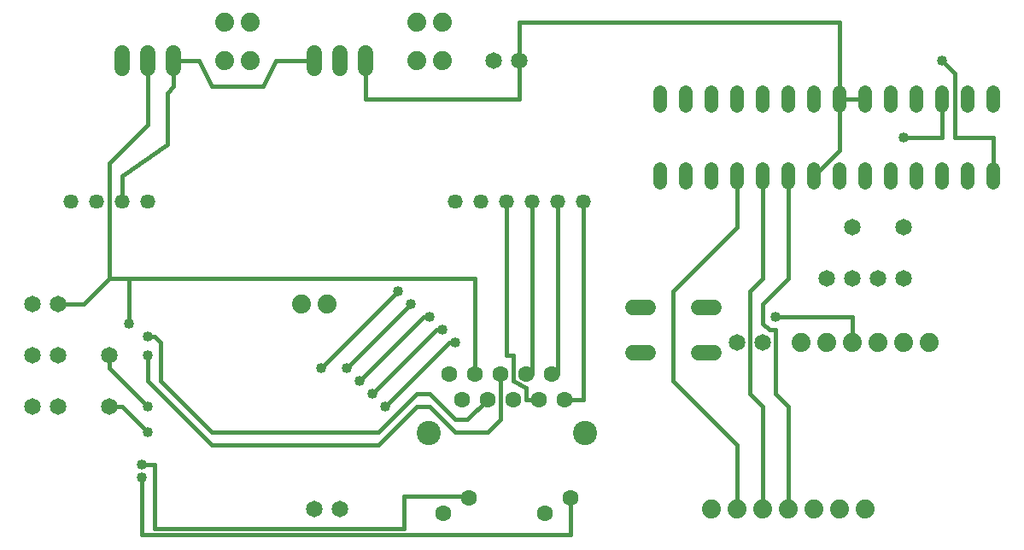
<source format=gbl>
G75*
%MOIN*%
%OFA0B0*%
%FSLAX24Y24*%
%IPPOS*%
%LPD*%
%AMOC8*
5,1,8,0,0,1.08239X$1,22.5*
%
%ADD10C,0.0650*%
%ADD11C,0.0600*%
%ADD12C,0.0740*%
%ADD13C,0.0574*%
%ADD14C,0.0945*%
%ADD15C,0.0630*%
%ADD16C,0.0520*%
%ADD17C,0.0400*%
%ADD18C,0.0160*%
D10*
X001680Y007000D03*
X002680Y007000D03*
X004680Y007000D03*
X004680Y009000D03*
X002680Y009000D03*
X001680Y009000D03*
X001680Y011000D03*
X002680Y011000D03*
X012680Y003000D03*
X013680Y003000D03*
X029180Y009500D03*
X030180Y009500D03*
X032680Y012000D03*
X033680Y012000D03*
X034680Y012000D03*
X035680Y012000D03*
X035680Y014000D03*
X033680Y014000D03*
X020680Y020500D03*
X019680Y020500D03*
D11*
X014680Y020200D02*
X014680Y020800D01*
X013680Y020800D02*
X013680Y020200D01*
X012680Y020200D02*
X012680Y020800D01*
X007180Y020800D02*
X007180Y020200D01*
X006180Y020200D02*
X006180Y020800D01*
X005180Y020800D02*
X005180Y020200D01*
X025100Y010890D02*
X025700Y010890D01*
X027660Y010890D02*
X028260Y010890D01*
X028260Y009110D02*
X027660Y009110D01*
X025700Y009110D02*
X025100Y009110D01*
D12*
X031680Y009500D03*
X032680Y009500D03*
X033680Y009500D03*
X034680Y009500D03*
X035680Y009500D03*
X036680Y009500D03*
X034180Y003000D03*
X033180Y003000D03*
X032180Y003000D03*
X031180Y003000D03*
X030180Y003000D03*
X029180Y003000D03*
X028180Y003000D03*
X013180Y011000D03*
X012180Y011000D03*
X010180Y020500D03*
X009180Y020500D03*
X009180Y022000D03*
X010180Y022000D03*
X016680Y022000D03*
X017680Y022000D03*
X017680Y020500D03*
X016680Y020500D03*
D13*
X018180Y015000D03*
X019180Y015000D03*
X020180Y015000D03*
X021180Y015000D03*
X022180Y015000D03*
X023180Y015000D03*
X006180Y015000D03*
X005180Y015000D03*
X004180Y015000D03*
X003180Y015000D03*
D14*
X017129Y005988D03*
X023231Y005988D03*
D15*
X022430Y007283D03*
X021430Y007283D03*
X020430Y007283D03*
X019430Y007283D03*
X018430Y007283D03*
X017930Y008283D03*
X018930Y008283D03*
X019930Y008283D03*
X020930Y008283D03*
X021930Y008283D03*
X022670Y003457D03*
X021670Y002858D03*
X018690Y003457D03*
X017690Y002858D03*
D16*
X026180Y015740D02*
X026180Y016260D01*
X027180Y016260D02*
X027180Y015740D01*
X028180Y015740D02*
X028180Y016260D01*
X029180Y016260D02*
X029180Y015740D01*
X030180Y015740D02*
X030180Y016260D01*
X031180Y016260D02*
X031180Y015740D01*
X032180Y015740D02*
X032180Y016260D01*
X033180Y016260D02*
X033180Y015740D01*
X034180Y015740D02*
X034180Y016260D01*
X035180Y016260D02*
X035180Y015740D01*
X036180Y015740D02*
X036180Y016260D01*
X037180Y016260D02*
X037180Y015740D01*
X038180Y015740D02*
X038180Y016260D01*
X039180Y016260D02*
X039180Y015740D01*
X039180Y018740D02*
X039180Y019260D01*
X038180Y019260D02*
X038180Y018740D01*
X037180Y018740D02*
X037180Y019260D01*
X036180Y019260D02*
X036180Y018740D01*
X035180Y018740D02*
X035180Y019260D01*
X034180Y019260D02*
X034180Y018740D01*
X033180Y018740D02*
X033180Y019260D01*
X032180Y019260D02*
X032180Y018740D01*
X031180Y018740D02*
X031180Y019260D01*
X030180Y019260D02*
X030180Y018740D01*
X029180Y018740D02*
X029180Y019260D01*
X028180Y019260D02*
X028180Y018740D01*
X027180Y018740D02*
X027180Y019260D01*
X026180Y019260D02*
X026180Y018740D01*
D17*
X035680Y017500D03*
X037180Y020500D03*
X030680Y010500D03*
X018180Y009500D03*
X017680Y010000D03*
X017180Y010500D03*
X016430Y011000D03*
X015930Y011500D03*
X013930Y008500D03*
X014430Y008000D03*
X014930Y007500D03*
X015430Y007000D03*
X012930Y008500D03*
X006180Y009000D03*
X006180Y009750D03*
X005430Y010250D03*
X006180Y007000D03*
X006180Y006000D03*
X005930Y004750D03*
X005930Y004250D03*
D18*
X005930Y002000D02*
X022680Y002000D01*
X022680Y003457D01*
X022670Y003457D01*
X018690Y003500D02*
X018690Y003457D01*
X018690Y003500D02*
X016180Y003500D01*
X016180Y002250D01*
X006430Y002250D01*
X006430Y004750D01*
X005930Y004750D01*
X005930Y004250D02*
X005930Y002000D01*
X008680Y005500D02*
X015180Y005500D01*
X016680Y007000D01*
X017180Y007000D01*
X018180Y006000D01*
X019430Y006000D01*
X019930Y006500D01*
X019930Y008283D01*
X020430Y008000D02*
X020430Y009000D01*
X020180Y009000D01*
X020180Y015000D01*
X021180Y015000D02*
X021180Y008283D01*
X020930Y008283D01*
X020930Y007750D02*
X020430Y008000D01*
X020930Y007750D02*
X020930Y007283D01*
X021430Y007283D01*
X022430Y007283D02*
X023180Y007283D01*
X023180Y015000D01*
X022180Y015000D02*
X022180Y008283D01*
X021930Y008283D01*
X019430Y007283D02*
X018647Y006500D01*
X018180Y006500D01*
X017180Y007500D01*
X016680Y007500D01*
X015180Y006000D01*
X008680Y006000D01*
X006680Y008000D01*
X006680Y009500D01*
X006430Y009750D01*
X006180Y009750D01*
X005430Y010250D02*
X005430Y012000D01*
X004680Y012000D01*
X003680Y011000D01*
X002680Y011000D01*
X004680Y012000D02*
X004680Y016500D01*
X006180Y018000D01*
X006180Y020500D01*
X007180Y020500D02*
X007180Y019500D01*
X006930Y019250D01*
X006930Y017250D01*
X005180Y016000D01*
X005180Y015000D01*
X005430Y012000D02*
X018930Y012000D01*
X018930Y008283D01*
X018180Y009500D02*
X017930Y009500D01*
X015430Y007000D01*
X014930Y007500D02*
X017430Y010000D01*
X017680Y010000D01*
X017180Y010500D02*
X016930Y010500D01*
X014430Y008000D01*
X013930Y008500D02*
X016430Y011000D01*
X015930Y011500D02*
X012930Y008500D01*
X008680Y005500D02*
X006180Y008000D01*
X006180Y009000D01*
X004680Y009000D02*
X004680Y008500D01*
X006180Y007000D01*
X005180Y007000D02*
X006180Y006000D01*
X005180Y007000D02*
X004680Y007000D01*
X014680Y019000D02*
X014680Y020500D01*
X012680Y020500D02*
X011180Y020500D01*
X010680Y019500D01*
X008680Y019500D01*
X008180Y020500D01*
X007180Y020500D01*
X014680Y019000D02*
X020680Y019000D01*
X020680Y020500D01*
X020680Y022000D01*
X033180Y022000D01*
X033180Y019000D01*
X034180Y019000D01*
X033180Y019000D02*
X033180Y017000D01*
X032180Y016000D01*
X031180Y016000D02*
X031180Y012000D01*
X030180Y011000D01*
X030180Y010250D01*
X030430Y010000D01*
X030680Y010000D01*
X030680Y007500D01*
X031180Y007000D01*
X031180Y003000D01*
X030180Y003000D02*
X030180Y007000D01*
X029680Y007500D01*
X029680Y011500D01*
X030180Y012000D01*
X030180Y016000D01*
X029180Y016000D02*
X029180Y014000D01*
X026680Y011500D01*
X026680Y008000D01*
X029180Y005500D01*
X029180Y003000D01*
X033680Y009500D02*
X033680Y010500D01*
X030680Y010500D01*
X039180Y016000D02*
X039180Y017500D01*
X037680Y017500D01*
X037680Y020000D01*
X037180Y020500D01*
X037180Y019000D02*
X037180Y017500D01*
X035680Y017500D01*
M02*

</source>
